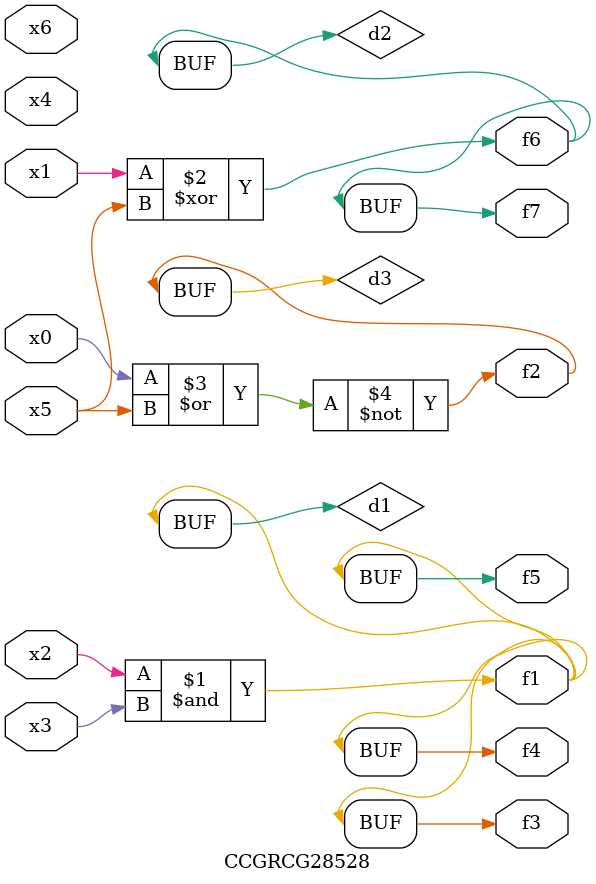
<source format=v>
module CCGRCG28528(
	input x0, x1, x2, x3, x4, x5, x6,
	output f1, f2, f3, f4, f5, f6, f7
);

	wire d1, d2, d3;

	and (d1, x2, x3);
	xor (d2, x1, x5);
	nor (d3, x0, x5);
	assign f1 = d1;
	assign f2 = d3;
	assign f3 = d1;
	assign f4 = d1;
	assign f5 = d1;
	assign f6 = d2;
	assign f7 = d2;
endmodule

</source>
